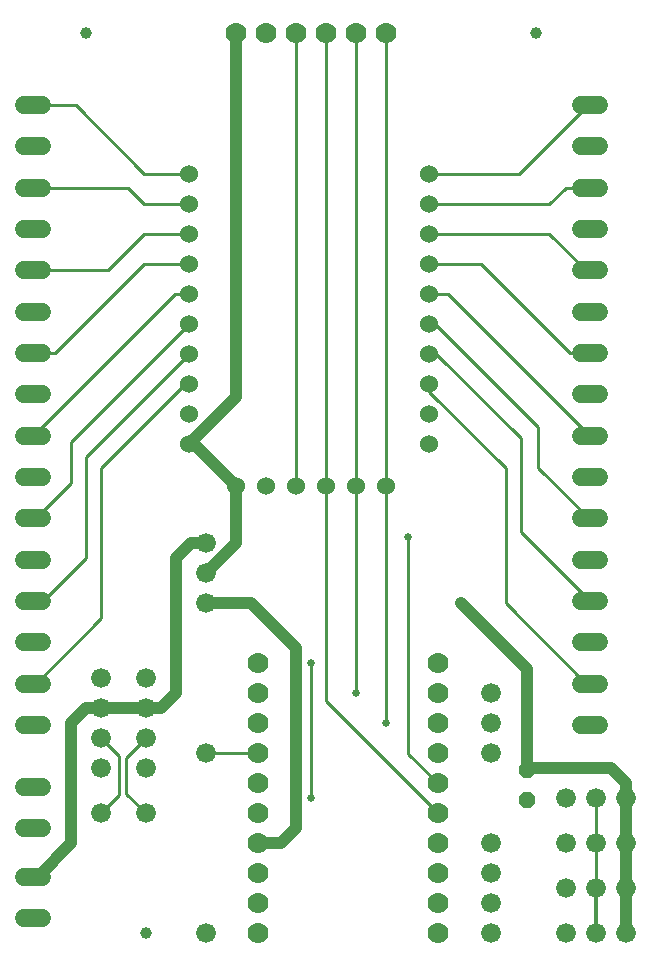
<source format=gbr>
G04 EAGLE Gerber RS-274X export*
G75*
%MOMM*%
%FSLAX34Y34*%
%LPD*%
%INTop Copper*%
%IPPOS*%
%AMOC8*
5,1,8,0,0,1.08239X$1,22.5*%
G01*
G04 Define Apertures*
%ADD10C,1.508000*%
%ADD11C,1.524000*%
%ADD12P,1.429621X8X112.500000*%
%ADD13C,1.676400*%
%ADD14C,1.778000*%
%ADD15C,1.000000*%
%ADD16C,1.016000*%
%ADD17C,0.654800*%
%ADD18C,0.254000*%
%ADD19C,0.304800*%
D10*
X36910Y127280D02*
X51990Y127280D01*
X51990Y162280D02*
X36910Y162280D01*
X36910Y203480D02*
X51990Y203480D01*
X51990Y238480D02*
X36910Y238480D01*
D11*
X215892Y493250D03*
X241292Y493250D03*
X266692Y493250D03*
X292092Y493250D03*
X317492Y493250D03*
X342892Y493250D03*
X176522Y579610D03*
X176522Y605010D03*
X176522Y630410D03*
X176522Y655810D03*
X176522Y681210D03*
X176522Y706610D03*
X176522Y732010D03*
X176522Y757410D03*
X176522Y554210D03*
X176522Y528810D03*
X379722Y757410D03*
X379722Y732010D03*
X379722Y706610D03*
X379722Y681210D03*
X379722Y655810D03*
X379722Y630410D03*
X379722Y605010D03*
X379722Y579610D03*
X379722Y554210D03*
X379722Y528810D03*
D10*
X51940Y290700D02*
X36860Y290700D01*
X36860Y325700D02*
X51940Y325700D01*
X51940Y360700D02*
X36860Y360700D01*
X36860Y395700D02*
X51940Y395700D01*
X51940Y430700D02*
X36860Y430700D01*
X36860Y465700D02*
X51940Y465700D01*
X51940Y500700D02*
X36860Y500700D01*
X36860Y535700D02*
X51940Y535700D01*
X51940Y570700D02*
X36860Y570700D01*
X36860Y605700D02*
X51940Y605700D01*
X51940Y640700D02*
X36860Y640700D01*
X36860Y675700D02*
X51940Y675700D01*
X51940Y710700D02*
X36860Y710700D01*
X36860Y745700D02*
X51940Y745700D01*
X51940Y780700D02*
X36860Y780700D01*
X36860Y815700D02*
X51940Y815700D01*
X508460Y815700D02*
X523540Y815700D01*
X523540Y780700D02*
X508460Y780700D01*
X508460Y745700D02*
X523540Y745700D01*
X523540Y710700D02*
X508460Y710700D01*
X508460Y675700D02*
X523540Y675700D01*
X523540Y640700D02*
X508460Y640700D01*
X508460Y605700D02*
X523540Y605700D01*
X523540Y570700D02*
X508460Y570700D01*
X508460Y535700D02*
X523540Y535700D01*
X523540Y500700D02*
X508460Y500700D01*
X508460Y465700D02*
X523540Y465700D01*
X523540Y430700D02*
X508460Y430700D01*
X508460Y395700D02*
X523540Y395700D01*
X523540Y360700D02*
X508460Y360700D01*
X508460Y325700D02*
X523540Y325700D01*
X523540Y290700D02*
X508460Y290700D01*
D12*
X462280Y227584D03*
X462280Y252984D03*
D13*
X495300Y228600D03*
X520700Y228600D03*
X546100Y228600D03*
X495300Y190500D03*
X520700Y190500D03*
X546100Y190500D03*
X495300Y152400D03*
X520700Y152400D03*
X546100Y152400D03*
X495300Y114300D03*
X520700Y114300D03*
X546100Y114300D03*
X190500Y393700D03*
X190500Y419100D03*
X190500Y444500D03*
D14*
X215900Y876300D03*
X241300Y876300D03*
X266700Y876300D03*
X292100Y876300D03*
X317500Y876300D03*
X342900Y876300D03*
D13*
X101600Y254000D03*
X101600Y279400D03*
X101600Y304800D03*
X101600Y330200D03*
X139700Y254000D03*
X139700Y279400D03*
X139700Y304800D03*
X139700Y330200D03*
D14*
X234442Y342900D03*
X234442Y317500D03*
X234442Y292100D03*
X234442Y266700D03*
X234442Y241300D03*
X234442Y215900D03*
X234442Y190500D03*
X234442Y165100D03*
X234442Y139700D03*
X234442Y114300D03*
X386842Y114300D03*
X386842Y139700D03*
X386842Y165100D03*
X386842Y190500D03*
X386842Y215900D03*
X386842Y241300D03*
X386842Y266700D03*
X386842Y292100D03*
X386842Y317500D03*
X386842Y342900D03*
D13*
X190500Y266700D03*
X190500Y114300D03*
X431800Y165100D03*
X431800Y190500D03*
X431800Y317500D03*
X431800Y139700D03*
X431800Y114300D03*
X139700Y215900D03*
X101600Y215900D03*
X431800Y266700D03*
X431800Y292100D03*
D15*
X139700Y114300D03*
X88900Y876300D03*
X469900Y876300D03*
D16*
X152400Y304800D02*
X139700Y304800D01*
X152400Y304800D02*
X165100Y317500D01*
X165100Y431800D01*
X177800Y444500D01*
X190500Y444500D01*
X88900Y304800D02*
X76200Y292100D01*
X88900Y304800D02*
X101600Y304800D01*
X139700Y304800D01*
X47980Y162280D02*
X44450Y162280D01*
X47980Y162280D02*
X76200Y190500D01*
X76200Y292100D01*
X234442Y190500D02*
X254000Y190500D01*
X266700Y203200D01*
X266700Y355600D01*
X228600Y393700D01*
X190500Y393700D01*
X546100Y152400D02*
X546100Y114300D01*
X546100Y152400D02*
X546100Y190500D01*
X546100Y228600D01*
X546100Y241300D01*
X533400Y254000D01*
X462280Y337820D02*
X406400Y393700D01*
D17*
X406400Y393700D03*
D16*
X462280Y337820D02*
X462280Y252984D01*
X463296Y254000D01*
X533400Y254000D01*
D18*
X266700Y493258D02*
X266700Y876300D01*
X266700Y493258D02*
X266692Y493250D01*
X361950Y266192D02*
X386842Y241300D01*
X361950Y266192D02*
X361950Y449580D01*
D17*
X361950Y449580D03*
D18*
X292100Y493258D02*
X292100Y876300D01*
X292100Y493258D02*
X292092Y493250D01*
X386842Y216408D02*
X386842Y215900D01*
X386842Y216408D02*
X292100Y311150D01*
X292100Y493258D01*
X317500Y493258D02*
X317500Y876300D01*
X317500Y493258D02*
X317492Y493250D01*
X317500Y493242D01*
X317500Y317500D01*
D17*
X317500Y317500D03*
D18*
X342900Y493258D02*
X342900Y876300D01*
X342900Y493258D02*
X342892Y493250D01*
X342892Y292108D01*
X342900Y292100D01*
D17*
X342900Y292100D03*
D18*
X46300Y325700D02*
X44400Y325700D01*
X46300Y325700D02*
X101600Y381000D01*
X101600Y508000D01*
X173210Y579610D01*
X176522Y579610D01*
X176522Y605010D02*
X88900Y517388D01*
X88900Y431800D01*
X52800Y395700D01*
X44400Y395700D01*
X76200Y530088D02*
X176522Y630410D01*
X76200Y530088D02*
X76200Y495300D01*
X46600Y465700D01*
X44400Y465700D01*
X164510Y655810D02*
X176522Y655810D01*
X164510Y655810D02*
X44400Y535700D01*
X138422Y681210D02*
X176522Y681210D01*
X138422Y681210D02*
X62912Y605700D01*
X44400Y605700D01*
X44400Y675700D02*
X107512Y675700D01*
X138422Y706610D02*
X176522Y706610D01*
X138422Y706610D02*
X107512Y675700D01*
X124732Y745700D02*
X44400Y745700D01*
X138422Y732010D02*
X176522Y732010D01*
X138422Y732010D02*
X124732Y745700D01*
X80132Y815700D02*
X44400Y815700D01*
X138422Y757410D02*
X176522Y757410D01*
X138422Y757410D02*
X80132Y815700D01*
X455922Y757410D02*
X514212Y815700D01*
X455922Y757410D02*
X379722Y757410D01*
X514212Y815700D02*
X516000Y815700D01*
X495012Y745700D02*
X481322Y732010D01*
X379722Y732010D01*
X495012Y745700D02*
X516000Y745700D01*
X481322Y706610D02*
X512232Y675700D01*
X481322Y706610D02*
X379722Y706610D01*
X512232Y675700D02*
X516000Y675700D01*
X499200Y605700D02*
X423690Y681210D01*
X379722Y681210D01*
X499200Y605700D02*
X516000Y605700D01*
X516000Y535700D02*
X395890Y655810D01*
X379722Y655810D01*
X379722Y630410D02*
X384106Y630410D01*
X514709Y465700D02*
X516000Y465700D01*
X514709Y465700D02*
X471710Y508699D01*
X471710Y542806D01*
X384106Y630410D01*
X385590Y605010D02*
X379722Y605010D01*
X385590Y605010D02*
X457200Y533400D01*
X457200Y454500D01*
X516000Y395700D01*
X444500Y508000D02*
X379722Y572778D01*
X379722Y579610D01*
X444500Y508000D02*
X444500Y393700D01*
X512500Y325700D01*
X516000Y325700D01*
D16*
X215900Y444500D02*
X190500Y419100D01*
X215900Y444500D02*
X215900Y493242D01*
X215892Y493250D01*
X215900Y568188D02*
X215900Y876300D01*
X215900Y568188D02*
X176522Y528810D01*
X180332Y528810D01*
X215892Y493250D01*
D18*
X234442Y266700D02*
X190500Y266700D01*
X139700Y279400D02*
X123190Y262890D01*
X123190Y232410D01*
X139700Y215900D01*
X116840Y264160D02*
X101600Y279400D01*
X116840Y264160D02*
X116840Y231140D01*
X101600Y215900D01*
X520700Y228600D02*
X520700Y190500D01*
D19*
X520700Y152400D02*
X520700Y114300D01*
D18*
X520700Y152400D02*
X520700Y190500D01*
D17*
X279400Y342900D03*
D18*
X279400Y228600D01*
D17*
X279400Y228600D03*
M02*

</source>
